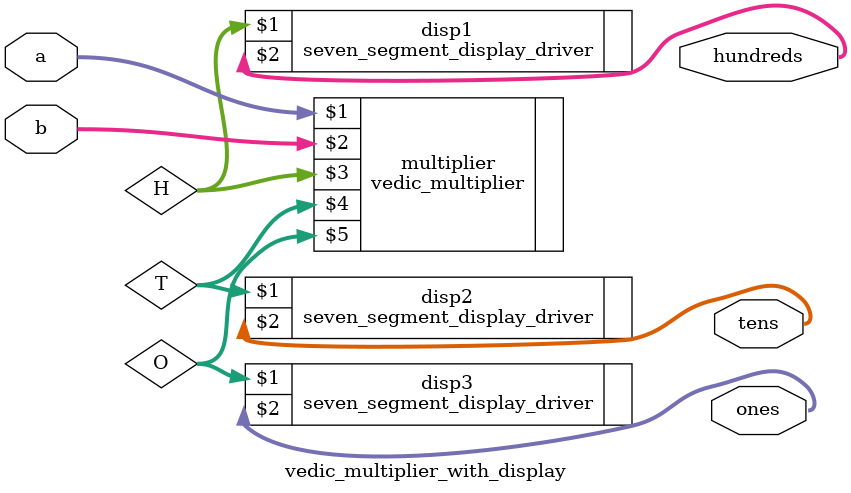
<source format=v>
module vedic_multiplier_with_display(a,b,hundreds,tens,ones);
input [3:0] a,b;
output [6:0] hundreds,tens,ones;
wire [3:0] H,T,O;

// Instantiate the Vedic multiplier module
vedic_multiplier multiplier(a,b,H,T,O);

// Instantiate the seven-segment display driver
seven_segment_display_driver disp1(H,hundreds);
seven_segment_display_driver disp2(T,tens);
seven_segment_display_driver disp3(O,ones);

endmodule
</source>
